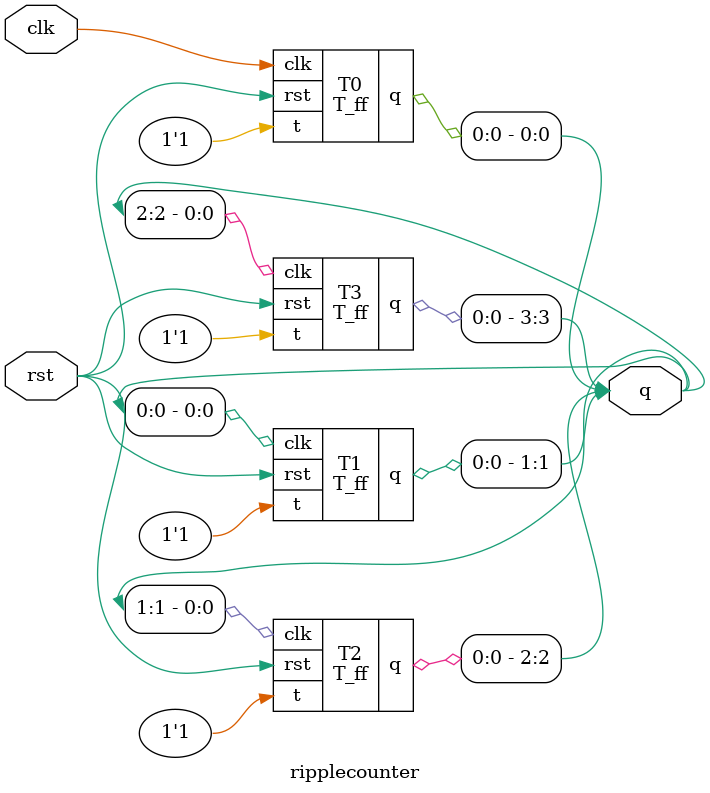
<source format=v>
module T_ff( input clk, rst, t, output reg q);
always @(negedge clk or posedge rst) begin
if(rst)
q<=0;
else if (t)
q<=~q;
else
q<=q;
end
endmodule

module ripplecounter(input clk , rst, output [3:0]q);
T_ff T0 ( .clk(clk), .rst(rst) , .t(1'b1), .q(q[0]));
T_ff T1 (.clk(q[0]), .rst(rst) , .t(1'b1), .q(q[1]));
T_ff T2 (.clk(q[1]), .rst(rst) , .t(1'b1), .q(q[2]));
T_ff T3 (.clk(q[2]), .rst(rst) , .t(1'b1), .q(q[3]));
endmodule

</source>
